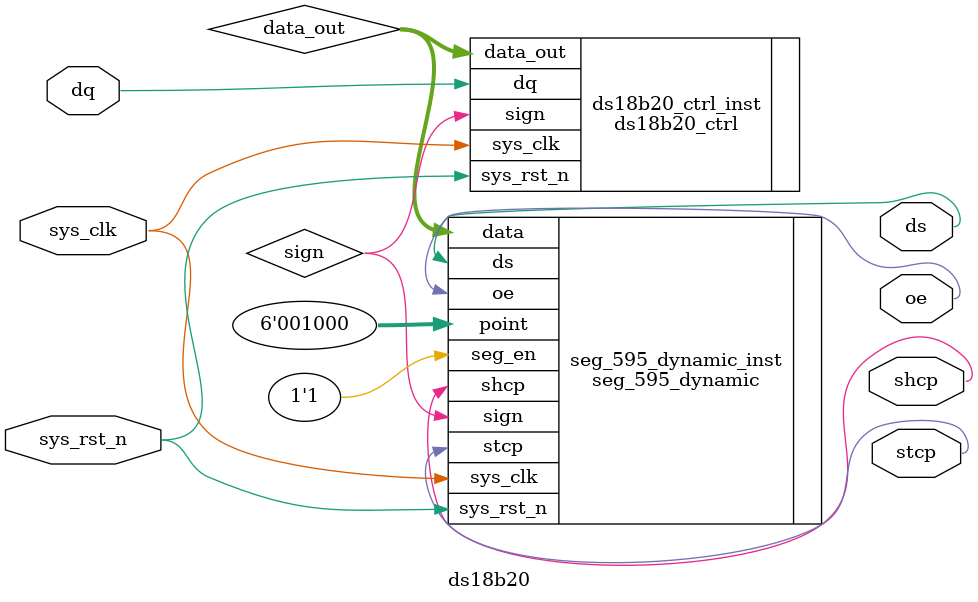
<source format=v>
`timescale  1ns/1ns

module  ds18b20
(
    input   wire            sys_clk     ,   //系统时钟，频率50MHz
    input   wire            sys_rst_n   ,   //复位信号，低电平有效

    inout   wire            dq          ,   //数据总线

    output  wire            stcp        ,   //输出数据存储寄时钟
    output  wire            shcp        ,   //移位寄存器的时钟输入
    output  wire            ds          ,   //串行数据输入
    output  wire            oe

);

//********************************************************************//
//****************** Parameter and Internal Signal *******************//
//********************************************************************//

//wire  define
wire    [19:0]  data_out ;
wire            sign     ;

//********************************************************************//
//*************************** Instantiation **************************//
//********************************************************************//

//-------------ds18b20_ctrl_inst--------------
ds18b20_ctrl    ds18b20_ctrl_inst
(
    .sys_clk     (sys_clk  ),   //系统时钟，频率50MHz
    .sys_rst_n   (sys_rst_n),   //复位信号，低电平有效

    .dq          (dq       ),   //数据总线

    .data_out    (data_out ),   //输出温度
    .sign        (sign     )    //输出温度符号位

);

//-------------seg7_dynamic_inst--------------
seg_595_dynamic  seg_595_dynamic_inst
(
    .sys_clk     (sys_clk  ), //系统时钟，频率50MHz
    .sys_rst_n   (sys_rst_n), //复位信号，低有效
    .data        (data_out ), //数码管要显示的值
    .point       (6'b001000), //小数点显示,高电平有效
    .seg_en      (1'b1     ), //数码管使能信号，高电平有效
    .sign        (sign     ), //符号位，高电平显示负号

    .stcp        (stcp     ), //输出数据存储寄时钟
    .shcp        (shcp     ), //移位寄存器的时钟输入
    .ds          (ds       ), //串行数据输入
    .oe          (oe       )  //输出使能信号

);

endmodule

</source>
